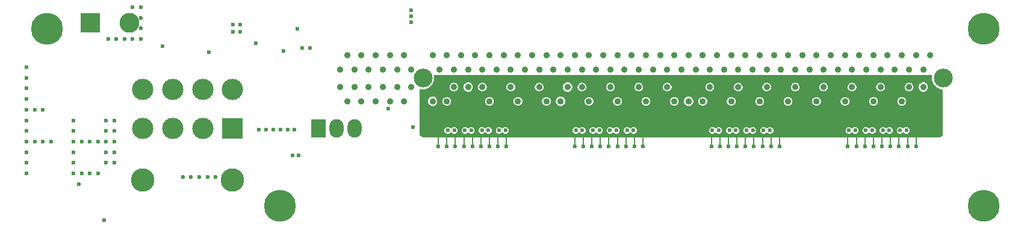
<source format=gbr>
%TF.GenerationSoftware,KiCad,Pcbnew,4.0.7*%
%TF.CreationDate,2018-05-23T21:05:09+03:00*%
%TF.ProjectId,Pci-e,5063692D652E6B696361645F70636200,rev?*%
%TF.FileFunction,Copper,L3,Inr*%
%FSLAX46Y46*%
G04 Gerber Fmt 4.6, Leading zero omitted, Abs format (unit mm)*
G04 Created by KiCad (PCBNEW 4.0.7) date 05/23/18 21:05:09*
%MOMM*%
%LPD*%
G01*
G04 APERTURE LIST*
%ADD10C,0.100000*%
%ADD11C,0.900000*%
%ADD12C,2.650000*%
%ADD13R,3.000000X3.000000*%
%ADD14C,3.000000*%
%ADD15C,3.300000*%
%ADD16R,2.000000X2.600000*%
%ADD17O,2.000000X2.600000*%
%ADD18C,0.600000*%
%ADD19C,4.500000*%
%ADD20R,2.800000X2.800000*%
%ADD21C,2.800000*%
%ADD22C,0.200000*%
%ADD23C,0.250000*%
G04 APERTURE END LIST*
D10*
D11*
X-10649999Y-3260001D03*
X-11649999Y-1260001D03*
X-8649999Y-3260001D03*
X-6649999Y-3260001D03*
X-4649999Y-3260001D03*
X-2649999Y-3260001D03*
X-9649999Y-1260001D03*
X-7649999Y-1260001D03*
X-5649999Y-1260001D03*
X-3649999Y-1260001D03*
X-1649999Y-1260001D03*
X-11649999Y1239999D03*
X-10649999Y3239999D03*
X-8649999Y3239999D03*
X-9649999Y1239999D03*
X-6649999Y3239999D03*
X-7649999Y1239999D03*
X-2649999Y3239999D03*
X-3649999Y1239999D03*
X-5649999Y1239999D03*
X-4649999Y3239999D03*
X-1649999Y1239999D03*
X1350001Y-3260001D03*
X2350001Y-1260001D03*
X2350001Y1239999D03*
X1350001Y3239999D03*
D12*
X1Y-1D03*
D11*
X3350001Y-3260001D03*
X5350001Y-3260001D03*
X7350001Y-3260001D03*
X9350001Y-3260001D03*
X11350001Y-3260001D03*
X13350001Y-3260001D03*
X15350001Y-3260001D03*
X17350001Y-3260001D03*
X19350001Y-3260001D03*
X21350001Y-3260001D03*
X3350001Y3239999D03*
X5350001Y3239999D03*
X7350001Y3239999D03*
X9350001Y3239999D03*
X11350001Y3239999D03*
X13350001Y3239999D03*
X15350001Y3239999D03*
X17350001Y3239999D03*
X19350001Y3239999D03*
X21350001Y3239999D03*
X4350001Y1239999D03*
X6350001Y1239999D03*
X8350001Y1239999D03*
X10350001Y1239999D03*
X12350001Y1239999D03*
X14350001Y1239999D03*
X16350001Y1239999D03*
X18350001Y1239999D03*
X20350001Y1239999D03*
X4350001Y-1260001D03*
X6350001Y-1260001D03*
X8350001Y-1260001D03*
X10350001Y-1260001D03*
X12350001Y-1260001D03*
X14350001Y-1260001D03*
X16350001Y-1260001D03*
X18350001Y-1260001D03*
X20350001Y-1260001D03*
D12*
X73150001Y-1D03*
D11*
X22350001Y-1260001D03*
X23350001Y-3260001D03*
X24350001Y-1260001D03*
X25350001Y-3260001D03*
X26350001Y-1260001D03*
X27350001Y-3260001D03*
X28350001Y-1260001D03*
X29350001Y-3260001D03*
X30350001Y-1260001D03*
X31350001Y-3260001D03*
X32350001Y-1260001D03*
X33350001Y-3260001D03*
X34350001Y-1260001D03*
X35350001Y-3260001D03*
X36350001Y-1260001D03*
X37350001Y-3260001D03*
X38350001Y-1260001D03*
X39350001Y-3260001D03*
X40350001Y-1260001D03*
X41350001Y-3260001D03*
X42350001Y-1260001D03*
X43350001Y-3260001D03*
X44350001Y-1260001D03*
X45350001Y-3260001D03*
X46350001Y-1260001D03*
X47350001Y-3260001D03*
X48350001Y-1260001D03*
X49350001Y-3260001D03*
X50350001Y-1260001D03*
X51350001Y-3260001D03*
X52350001Y-1260001D03*
X53350001Y-3260001D03*
X54350001Y-1260001D03*
X55350001Y-3260001D03*
X56350001Y-1260001D03*
X57350001Y-3260001D03*
X58350001Y-1260001D03*
X59350001Y-3260001D03*
X60350001Y-1260001D03*
X61350001Y-3260001D03*
X62350001Y-1260001D03*
X63350001Y-3260001D03*
X64350001Y-1260001D03*
X65350001Y-3260001D03*
X66350001Y-1260001D03*
X67350001Y-3260001D03*
X68350001Y-1260001D03*
X69350001Y-3260001D03*
X70350001Y-1260001D03*
X71350001Y-3260001D03*
X22350001Y1239999D03*
X23350001Y3239999D03*
X24350001Y1239999D03*
X25350001Y3239999D03*
X26350001Y1239999D03*
X27350001Y3239999D03*
X28350001Y1239999D03*
X29350001Y3239999D03*
X30350001Y1239999D03*
X31350001Y3239999D03*
X32350001Y1239999D03*
X33350001Y3239999D03*
X34350001Y1239999D03*
X35350001Y3239999D03*
X36350001Y1239999D03*
X37350001Y3239999D03*
X38350001Y1239999D03*
X39350001Y3239999D03*
X40350001Y1239999D03*
X41350001Y3239999D03*
X42350001Y1239999D03*
X43350001Y3239999D03*
X44350001Y1239999D03*
X45350001Y3239999D03*
X46350001Y1239999D03*
X47350001Y3239999D03*
X48350001Y1239999D03*
X49350001Y3239999D03*
X50350001Y1239999D03*
X51350001Y3239999D03*
X52350001Y1239999D03*
X53350001Y3239999D03*
X54350001Y1239999D03*
X55350001Y3239999D03*
X56350001Y1239999D03*
X57350001Y3239999D03*
X58350001Y1239999D03*
X59350001Y3239999D03*
X60350001Y1239999D03*
X61350001Y3239999D03*
X62350001Y1239999D03*
X63350001Y3239999D03*
X64350001Y1239999D03*
X65350001Y3239999D03*
X66350001Y1239999D03*
X67350001Y3239999D03*
X68350001Y1239999D03*
X69350001Y3239999D03*
X70350001Y1239999D03*
X71350001Y3239999D03*
D13*
X-26790000Y-7080000D03*
D14*
X-30990000Y-7080000D03*
X-35190000Y-7080000D03*
X-39390000Y-7080000D03*
X-26790000Y-1580000D03*
X-30990000Y-1580000D03*
X-35190000Y-1580000D03*
X-39390000Y-1580000D03*
D15*
X-26790000Y-14380000D03*
X-39390000Y-14380000D03*
D16*
X-14660000Y-7090000D03*
D17*
X-12120000Y-7090000D03*
X-9580000Y-7090000D03*
D18*
X5900000Y-7360000D03*
X6800000Y-7360000D03*
X8300000Y-7360000D03*
X9200000Y-7360000D03*
X10700000Y-7360000D03*
X11600000Y-7360000D03*
X21500000Y-7360000D03*
X22400000Y-7360000D03*
X23900000Y-7360000D03*
X24800000Y-7360000D03*
X26300000Y-7360000D03*
X27200000Y-7360000D03*
X28700000Y-7360000D03*
X29600000Y-7360000D03*
X40700000Y-7360000D03*
X41600000Y-7360000D03*
X43100000Y-7360000D03*
X44000000Y-7360000D03*
X45500000Y-7360000D03*
X46400000Y-7360000D03*
X47900000Y-7360000D03*
X48800000Y-7360000D03*
X59900000Y-7360000D03*
X60800000Y-7360000D03*
X62300000Y-7360000D03*
X63200000Y-7360000D03*
X64700000Y-7360000D03*
X65600000Y-7360000D03*
X67100000Y-7360000D03*
X68000000Y-7360000D03*
D19*
X-52860000Y6990000D03*
X78840000Y6990000D03*
X78840000Y-18010000D03*
X-20160000Y-18010000D03*
D18*
X3500000Y-7360000D03*
X4400000Y-7360000D03*
D20*
X-46822000Y7786000D03*
D21*
X-41322000Y7786000D03*
D18*
X-1680000Y7880000D03*
X-1680000Y9560000D03*
X-1680000Y8720000D03*
X-4880000Y-4250000D03*
X-99265Y-7939265D03*
X59750000Y-9640000D03*
X62150000Y-9640000D03*
X60950000Y-9640000D03*
X63350000Y-9640000D03*
X64550000Y-9640000D03*
X65750000Y-9640000D03*
X66950000Y-9640000D03*
X68150000Y-9640000D03*
X69350000Y-9640000D03*
X48950000Y-9640000D03*
X46550000Y-9640000D03*
X44150000Y-9640000D03*
X41750000Y-9640000D03*
X29750000Y-9640000D03*
X27350000Y-9640000D03*
X24950000Y-9640000D03*
X22550000Y-9640000D03*
X11750000Y-9640000D03*
X10550000Y-9640000D03*
X9350000Y-9640000D03*
X8150000Y-9640000D03*
X6950000Y-9640000D03*
X5750000Y-9640000D03*
X4550000Y-9640000D03*
X3350000Y-9640000D03*
X2150000Y-9640000D03*
X50150000Y-9640000D03*
X47750000Y-9640000D03*
X45350000Y-9640000D03*
X42950000Y-9640000D03*
X40550000Y-9640000D03*
X30950000Y-9640000D03*
X28550000Y-9640000D03*
X26150000Y-9640000D03*
X23750000Y-9640000D03*
X21350000Y-9640000D03*
X-31470000Y-13930000D03*
X-55760000Y-8950000D03*
X-54610000Y-8950000D03*
X-53460000Y-4450000D03*
X-54610000Y-4450000D03*
X-52310000Y-8950000D03*
X-53460000Y-8950000D03*
X-55760000Y1550000D03*
X-55760000Y50000D03*
X-55760000Y-1450000D03*
X-55760000Y-2950000D03*
X-55760000Y-4450000D03*
X-55760000Y-5950000D03*
X-55760000Y-7450000D03*
X-55760000Y-10450000D03*
X-55760000Y-11950000D03*
X-55760000Y-13450000D03*
X-23530000Y4940000D03*
X-17500000Y-10920000D03*
X-18300000Y-10920000D03*
X-16980000Y4250000D03*
X-15920000Y4250000D03*
X-33770000Y-13930000D03*
X-29170000Y-13930000D03*
X-30320000Y-13930000D03*
X-32620000Y-13930000D03*
X-39680000Y10020000D03*
X-40830000Y10020000D03*
X-18060000Y-7220000D03*
X-19060000Y-7220000D03*
X-20060000Y-7220000D03*
X-21060000Y-7220000D03*
X-22060000Y-7220000D03*
X-23060000Y-7220000D03*
X-25710000Y6540000D03*
X-26710000Y6540000D03*
X-26710000Y7540000D03*
X-25710000Y7540000D03*
X-39680000Y7020000D03*
X-39680000Y8520000D03*
X-39680000Y5520000D03*
X-40830000Y5520000D03*
X-41980000Y5520000D03*
X-43130000Y5520000D03*
X-44280000Y5520000D03*
X-17700000Y6970000D03*
X-19590000Y3830000D03*
X-30150000Y3650000D03*
X-1410000Y-6920000D03*
X-36670000Y4500000D03*
X-43410000Y-7450000D03*
X-43410000Y-5950000D03*
X-44560000Y-5950000D03*
X-44560000Y-7450000D03*
X-44560000Y-10450000D03*
X-44560000Y-11950000D03*
X-43410000Y-11950000D03*
X-43410000Y-10450000D03*
X-43410000Y-8950000D03*
X-44560000Y-8950000D03*
X-45710000Y-8950000D03*
X-46860000Y-8950000D03*
X-48010000Y-8950000D03*
X-49160000Y-5950000D03*
X-49160000Y-7450000D03*
X-49160000Y-8950000D03*
X-49160000Y-13450000D03*
X-49160000Y-10450000D03*
X-49160000Y-11950000D03*
X-45710000Y-13450000D03*
X-48010000Y-13450000D03*
X-44800000Y-20070000D03*
X-48440000Y-14930000D03*
X-46860000Y-13450000D03*
D22*
X65750000Y-8246620D02*
X65750000Y-9646620D01*
X46550000Y-8246620D02*
X46550000Y-9646620D01*
X27350000Y-8246620D02*
X27350000Y-9646620D01*
X66950000Y-8246620D02*
X66950000Y-9646620D01*
X47750000Y-8246620D02*
X47750000Y-9646620D01*
X28550000Y-8246620D02*
X28550000Y-9646620D01*
X68150000Y-8246620D02*
X68150000Y-9646620D01*
X48950000Y-8246620D02*
X48950000Y-9646620D01*
X29750000Y-8246620D02*
X29750000Y-9646620D01*
X69350000Y-8246620D02*
X69350000Y-9646620D01*
X50150000Y-8246620D02*
X50150000Y-9646620D01*
X30950000Y-8246620D02*
X30950000Y-9646620D01*
X59750000Y-8246620D02*
X59750000Y-9646620D01*
X40550000Y-8246620D02*
X40550000Y-9646620D01*
X21350000Y-8246620D02*
X21350000Y-9646620D01*
X62150000Y-8246620D02*
X62150000Y-9646620D01*
X42950000Y-8246620D02*
X42950000Y-9646620D01*
X23750000Y-8246620D02*
X23750000Y-9646620D01*
X63350000Y-8246620D02*
X63350000Y-9646620D01*
X44150000Y-8246620D02*
X44150000Y-9646620D01*
X24950000Y-8246620D02*
X24950000Y-9646620D01*
X64550000Y-8246620D02*
X64550000Y-9646620D01*
X45350000Y-8246620D02*
X45350000Y-9646620D01*
X26150000Y-8246620D02*
X26150000Y-9646620D01*
X60950000Y-8246620D02*
X60950000Y-9646620D01*
X41750000Y-8246620D02*
X41750000Y-9646620D01*
X22550000Y-8246620D02*
X22550000Y-9646620D01*
X11750000Y-8246620D02*
X11750000Y-9646620D01*
X10550000Y-8246620D02*
X10550000Y-9646620D01*
X9350000Y-8246620D02*
X9350000Y-9646620D01*
X8150000Y-8246620D02*
X8150000Y-9646620D01*
X6950000Y-8246620D02*
X6950000Y-9646620D01*
X5750000Y-8246620D02*
X5750000Y-9646620D01*
X4550000Y-8246620D02*
X4550000Y-9646620D01*
X3350000Y-8246620D02*
X3350000Y-9646620D01*
X2150000Y-8246620D02*
X2150000Y-9646620D01*
D23*
X21350001Y-3260001D02*
X22202999Y-3260001D01*
X22202999Y-3260001D02*
X22978000Y-2485000D01*
X22978000Y-2485000D02*
X23125002Y-2485000D01*
X23125002Y-2485000D02*
X23900002Y-1710000D01*
X23900002Y-1710000D02*
X24350001Y-1260001D01*
D22*
G36*
X71525283Y324650D02*
X71524719Y-321815D01*
X71771589Y-919287D01*
X72228310Y-1376806D01*
X72825350Y-1624719D01*
X73050000Y-1624915D01*
X73050000Y-7830149D01*
X73017741Y-7992325D01*
X72931457Y-8121457D01*
X72802325Y-8207741D01*
X72640149Y-8240000D01*
X9851Y-8240000D01*
X-152325Y-8207741D01*
X-281457Y-8121457D01*
X-367741Y-7992325D01*
X-400000Y-7830149D01*
X-400000Y-7468922D01*
X2949905Y-7468922D01*
X3033461Y-7671143D01*
X3188043Y-7825995D01*
X3390118Y-7909904D01*
X3608922Y-7910095D01*
X3811143Y-7826539D01*
X3950107Y-7687818D01*
X4088043Y-7825995D01*
X4290118Y-7909904D01*
X4508922Y-7910095D01*
X4711143Y-7826539D01*
X4865995Y-7671957D01*
X4949904Y-7469882D01*
X4949904Y-7468922D01*
X5349905Y-7468922D01*
X5433461Y-7671143D01*
X5588043Y-7825995D01*
X5790118Y-7909904D01*
X6008922Y-7910095D01*
X6211143Y-7826539D01*
X6350107Y-7687818D01*
X6488043Y-7825995D01*
X6690118Y-7909904D01*
X6908922Y-7910095D01*
X7111143Y-7826539D01*
X7265995Y-7671957D01*
X7349904Y-7469882D01*
X7349904Y-7468922D01*
X7749905Y-7468922D01*
X7833461Y-7671143D01*
X7988043Y-7825995D01*
X8190118Y-7909904D01*
X8408922Y-7910095D01*
X8611143Y-7826539D01*
X8750107Y-7687818D01*
X8888043Y-7825995D01*
X9090118Y-7909904D01*
X9308922Y-7910095D01*
X9511143Y-7826539D01*
X9665995Y-7671957D01*
X9749904Y-7469882D01*
X9749904Y-7468922D01*
X10149905Y-7468922D01*
X10233461Y-7671143D01*
X10388043Y-7825995D01*
X10590118Y-7909904D01*
X10808922Y-7910095D01*
X11011143Y-7826539D01*
X11150107Y-7687818D01*
X11288043Y-7825995D01*
X11490118Y-7909904D01*
X11708922Y-7910095D01*
X11911143Y-7826539D01*
X12065995Y-7671957D01*
X12149904Y-7469882D01*
X12149904Y-7468922D01*
X20949905Y-7468922D01*
X21033461Y-7671143D01*
X21188043Y-7825995D01*
X21390118Y-7909904D01*
X21608922Y-7910095D01*
X21811143Y-7826539D01*
X21950107Y-7687818D01*
X22088043Y-7825995D01*
X22290118Y-7909904D01*
X22508922Y-7910095D01*
X22711143Y-7826539D01*
X22865995Y-7671957D01*
X22949904Y-7469882D01*
X22949904Y-7468922D01*
X23349905Y-7468922D01*
X23433461Y-7671143D01*
X23588043Y-7825995D01*
X23790118Y-7909904D01*
X24008922Y-7910095D01*
X24211143Y-7826539D01*
X24350107Y-7687818D01*
X24488043Y-7825995D01*
X24690118Y-7909904D01*
X24908922Y-7910095D01*
X25111143Y-7826539D01*
X25265995Y-7671957D01*
X25349904Y-7469882D01*
X25349904Y-7468922D01*
X25749905Y-7468922D01*
X25833461Y-7671143D01*
X25988043Y-7825995D01*
X26190118Y-7909904D01*
X26408922Y-7910095D01*
X26611143Y-7826539D01*
X26750107Y-7687818D01*
X26888043Y-7825995D01*
X27090118Y-7909904D01*
X27308922Y-7910095D01*
X27511143Y-7826539D01*
X27665995Y-7671957D01*
X27749904Y-7469882D01*
X27749904Y-7468922D01*
X28149905Y-7468922D01*
X28233461Y-7671143D01*
X28388043Y-7825995D01*
X28590118Y-7909904D01*
X28808922Y-7910095D01*
X29011143Y-7826539D01*
X29150107Y-7687818D01*
X29288043Y-7825995D01*
X29490118Y-7909904D01*
X29708922Y-7910095D01*
X29911143Y-7826539D01*
X30065995Y-7671957D01*
X30149904Y-7469882D01*
X30149904Y-7468922D01*
X40149905Y-7468922D01*
X40233461Y-7671143D01*
X40388043Y-7825995D01*
X40590118Y-7909904D01*
X40808922Y-7910095D01*
X41011143Y-7826539D01*
X41150107Y-7687818D01*
X41288043Y-7825995D01*
X41490118Y-7909904D01*
X41708922Y-7910095D01*
X41911143Y-7826539D01*
X42065995Y-7671957D01*
X42149904Y-7469882D01*
X42149904Y-7468922D01*
X42549905Y-7468922D01*
X42633461Y-7671143D01*
X42788043Y-7825995D01*
X42990118Y-7909904D01*
X43208922Y-7910095D01*
X43411143Y-7826539D01*
X43550107Y-7687818D01*
X43688043Y-7825995D01*
X43890118Y-7909904D01*
X44108922Y-7910095D01*
X44311143Y-7826539D01*
X44465995Y-7671957D01*
X44549904Y-7469882D01*
X44549904Y-7468922D01*
X44949905Y-7468922D01*
X45033461Y-7671143D01*
X45188043Y-7825995D01*
X45390118Y-7909904D01*
X45608922Y-7910095D01*
X45811143Y-7826539D01*
X45950107Y-7687818D01*
X46088043Y-7825995D01*
X46290118Y-7909904D01*
X46508922Y-7910095D01*
X46711143Y-7826539D01*
X46865995Y-7671957D01*
X46949904Y-7469882D01*
X46949904Y-7468922D01*
X47349905Y-7468922D01*
X47433461Y-7671143D01*
X47588043Y-7825995D01*
X47790118Y-7909904D01*
X48008922Y-7910095D01*
X48211143Y-7826539D01*
X48350107Y-7687818D01*
X48488043Y-7825995D01*
X48690118Y-7909904D01*
X48908922Y-7910095D01*
X49111143Y-7826539D01*
X49265995Y-7671957D01*
X49349904Y-7469882D01*
X49349904Y-7468922D01*
X59349905Y-7468922D01*
X59433461Y-7671143D01*
X59588043Y-7825995D01*
X59790118Y-7909904D01*
X60008922Y-7910095D01*
X60211143Y-7826539D01*
X60350107Y-7687818D01*
X60488043Y-7825995D01*
X60690118Y-7909904D01*
X60908922Y-7910095D01*
X61111143Y-7826539D01*
X61265995Y-7671957D01*
X61349904Y-7469882D01*
X61349904Y-7468922D01*
X61749905Y-7468922D01*
X61833461Y-7671143D01*
X61988043Y-7825995D01*
X62190118Y-7909904D01*
X62408922Y-7910095D01*
X62611143Y-7826539D01*
X62750107Y-7687818D01*
X62888043Y-7825995D01*
X63090118Y-7909904D01*
X63308922Y-7910095D01*
X63511143Y-7826539D01*
X63665995Y-7671957D01*
X63749904Y-7469882D01*
X63749904Y-7468922D01*
X64149905Y-7468922D01*
X64233461Y-7671143D01*
X64388043Y-7825995D01*
X64590118Y-7909904D01*
X64808922Y-7910095D01*
X65011143Y-7826539D01*
X65150107Y-7687818D01*
X65288043Y-7825995D01*
X65490118Y-7909904D01*
X65708922Y-7910095D01*
X65911143Y-7826539D01*
X66065995Y-7671957D01*
X66149904Y-7469882D01*
X66149904Y-7468922D01*
X66549905Y-7468922D01*
X66633461Y-7671143D01*
X66788043Y-7825995D01*
X66990118Y-7909904D01*
X67208922Y-7910095D01*
X67411143Y-7826539D01*
X67550107Y-7687818D01*
X67688043Y-7825995D01*
X67890118Y-7909904D01*
X68108922Y-7910095D01*
X68311143Y-7826539D01*
X68465995Y-7671957D01*
X68549904Y-7469882D01*
X68550095Y-7251078D01*
X68466539Y-7048857D01*
X68311957Y-6894005D01*
X68109882Y-6810096D01*
X67891078Y-6809905D01*
X67688857Y-6893461D01*
X67549893Y-7032182D01*
X67411957Y-6894005D01*
X67209882Y-6810096D01*
X66991078Y-6809905D01*
X66788857Y-6893461D01*
X66634005Y-7048043D01*
X66550096Y-7250118D01*
X66549905Y-7468922D01*
X66149904Y-7468922D01*
X66150095Y-7251078D01*
X66066539Y-7048857D01*
X65911957Y-6894005D01*
X65709882Y-6810096D01*
X65491078Y-6809905D01*
X65288857Y-6893461D01*
X65149893Y-7032182D01*
X65011957Y-6894005D01*
X64809882Y-6810096D01*
X64591078Y-6809905D01*
X64388857Y-6893461D01*
X64234005Y-7048043D01*
X64150096Y-7250118D01*
X64149905Y-7468922D01*
X63749904Y-7468922D01*
X63750095Y-7251078D01*
X63666539Y-7048857D01*
X63511957Y-6894005D01*
X63309882Y-6810096D01*
X63091078Y-6809905D01*
X62888857Y-6893461D01*
X62749893Y-7032182D01*
X62611957Y-6894005D01*
X62409882Y-6810096D01*
X62191078Y-6809905D01*
X61988857Y-6893461D01*
X61834005Y-7048043D01*
X61750096Y-7250118D01*
X61749905Y-7468922D01*
X61349904Y-7468922D01*
X61350095Y-7251078D01*
X61266539Y-7048857D01*
X61111957Y-6894005D01*
X60909882Y-6810096D01*
X60691078Y-6809905D01*
X60488857Y-6893461D01*
X60349893Y-7032182D01*
X60211957Y-6894005D01*
X60009882Y-6810096D01*
X59791078Y-6809905D01*
X59588857Y-6893461D01*
X59434005Y-7048043D01*
X59350096Y-7250118D01*
X59349905Y-7468922D01*
X49349904Y-7468922D01*
X49350095Y-7251078D01*
X49266539Y-7048857D01*
X49111957Y-6894005D01*
X48909882Y-6810096D01*
X48691078Y-6809905D01*
X48488857Y-6893461D01*
X48349893Y-7032182D01*
X48211957Y-6894005D01*
X48009882Y-6810096D01*
X47791078Y-6809905D01*
X47588857Y-6893461D01*
X47434005Y-7048043D01*
X47350096Y-7250118D01*
X47349905Y-7468922D01*
X46949904Y-7468922D01*
X46950095Y-7251078D01*
X46866539Y-7048857D01*
X46711957Y-6894005D01*
X46509882Y-6810096D01*
X46291078Y-6809905D01*
X46088857Y-6893461D01*
X45949893Y-7032182D01*
X45811957Y-6894005D01*
X45609882Y-6810096D01*
X45391078Y-6809905D01*
X45188857Y-6893461D01*
X45034005Y-7048043D01*
X44950096Y-7250118D01*
X44949905Y-7468922D01*
X44549904Y-7468922D01*
X44550095Y-7251078D01*
X44466539Y-7048857D01*
X44311957Y-6894005D01*
X44109882Y-6810096D01*
X43891078Y-6809905D01*
X43688857Y-6893461D01*
X43549893Y-7032182D01*
X43411957Y-6894005D01*
X43209882Y-6810096D01*
X42991078Y-6809905D01*
X42788857Y-6893461D01*
X42634005Y-7048043D01*
X42550096Y-7250118D01*
X42549905Y-7468922D01*
X42149904Y-7468922D01*
X42150095Y-7251078D01*
X42066539Y-7048857D01*
X41911957Y-6894005D01*
X41709882Y-6810096D01*
X41491078Y-6809905D01*
X41288857Y-6893461D01*
X41149893Y-7032182D01*
X41011957Y-6894005D01*
X40809882Y-6810096D01*
X40591078Y-6809905D01*
X40388857Y-6893461D01*
X40234005Y-7048043D01*
X40150096Y-7250118D01*
X40149905Y-7468922D01*
X30149904Y-7468922D01*
X30150095Y-7251078D01*
X30066539Y-7048857D01*
X29911957Y-6894005D01*
X29709882Y-6810096D01*
X29491078Y-6809905D01*
X29288857Y-6893461D01*
X29149893Y-7032182D01*
X29011957Y-6894005D01*
X28809882Y-6810096D01*
X28591078Y-6809905D01*
X28388857Y-6893461D01*
X28234005Y-7048043D01*
X28150096Y-7250118D01*
X28149905Y-7468922D01*
X27749904Y-7468922D01*
X27750095Y-7251078D01*
X27666539Y-7048857D01*
X27511957Y-6894005D01*
X27309882Y-6810096D01*
X27091078Y-6809905D01*
X26888857Y-6893461D01*
X26749893Y-7032182D01*
X26611957Y-6894005D01*
X26409882Y-6810096D01*
X26191078Y-6809905D01*
X25988857Y-6893461D01*
X25834005Y-7048043D01*
X25750096Y-7250118D01*
X25749905Y-7468922D01*
X25349904Y-7468922D01*
X25350095Y-7251078D01*
X25266539Y-7048857D01*
X25111957Y-6894005D01*
X24909882Y-6810096D01*
X24691078Y-6809905D01*
X24488857Y-6893461D01*
X24349893Y-7032182D01*
X24211957Y-6894005D01*
X24009882Y-6810096D01*
X23791078Y-6809905D01*
X23588857Y-6893461D01*
X23434005Y-7048043D01*
X23350096Y-7250118D01*
X23349905Y-7468922D01*
X22949904Y-7468922D01*
X22950095Y-7251078D01*
X22866539Y-7048857D01*
X22711957Y-6894005D01*
X22509882Y-6810096D01*
X22291078Y-6809905D01*
X22088857Y-6893461D01*
X21949893Y-7032182D01*
X21811957Y-6894005D01*
X21609882Y-6810096D01*
X21391078Y-6809905D01*
X21188857Y-6893461D01*
X21034005Y-7048043D01*
X20950096Y-7250118D01*
X20949905Y-7468922D01*
X12149904Y-7468922D01*
X12150095Y-7251078D01*
X12066539Y-7048857D01*
X11911957Y-6894005D01*
X11709882Y-6810096D01*
X11491078Y-6809905D01*
X11288857Y-6893461D01*
X11149893Y-7032182D01*
X11011957Y-6894005D01*
X10809882Y-6810096D01*
X10591078Y-6809905D01*
X10388857Y-6893461D01*
X10234005Y-7048043D01*
X10150096Y-7250118D01*
X10149905Y-7468922D01*
X9749904Y-7468922D01*
X9750095Y-7251078D01*
X9666539Y-7048857D01*
X9511957Y-6894005D01*
X9309882Y-6810096D01*
X9091078Y-6809905D01*
X8888857Y-6893461D01*
X8749893Y-7032182D01*
X8611957Y-6894005D01*
X8409882Y-6810096D01*
X8191078Y-6809905D01*
X7988857Y-6893461D01*
X7834005Y-7048043D01*
X7750096Y-7250118D01*
X7749905Y-7468922D01*
X7349904Y-7468922D01*
X7350095Y-7251078D01*
X7266539Y-7048857D01*
X7111957Y-6894005D01*
X6909882Y-6810096D01*
X6691078Y-6809905D01*
X6488857Y-6893461D01*
X6349893Y-7032182D01*
X6211957Y-6894005D01*
X6009882Y-6810096D01*
X5791078Y-6809905D01*
X5588857Y-6893461D01*
X5434005Y-7048043D01*
X5350096Y-7250118D01*
X5349905Y-7468922D01*
X4949904Y-7468922D01*
X4950095Y-7251078D01*
X4866539Y-7048857D01*
X4711957Y-6894005D01*
X4509882Y-6810096D01*
X4291078Y-6809905D01*
X4088857Y-6893461D01*
X3949893Y-7032182D01*
X3811957Y-6894005D01*
X3609882Y-6810096D01*
X3391078Y-6809905D01*
X3188857Y-6893461D01*
X3034005Y-7048043D01*
X2950096Y-7250118D01*
X2949905Y-7468922D01*
X-400000Y-7468922D01*
X-400000Y-3408531D01*
X599871Y-3408531D01*
X713812Y-3684287D01*
X924606Y-3895449D01*
X1200162Y-4009870D01*
X1498531Y-4010131D01*
X1774287Y-3896190D01*
X1985449Y-3685396D01*
X2099870Y-3409840D01*
X2099879Y-3398629D01*
X2649880Y-3398629D01*
X2756224Y-3656001D01*
X2952965Y-3853086D01*
X3210151Y-3959879D01*
X3488629Y-3960122D01*
X3746001Y-3853778D01*
X3943086Y-3657037D01*
X4049879Y-3399851D01*
X4049880Y-3398629D01*
X8649880Y-3398629D01*
X8756224Y-3656001D01*
X8952965Y-3853086D01*
X9210151Y-3959879D01*
X9488629Y-3960122D01*
X9746001Y-3853778D01*
X9943086Y-3657037D01*
X10049879Y-3399851D01*
X10049880Y-3398629D01*
X12649880Y-3398629D01*
X12756224Y-3656001D01*
X12952965Y-3853086D01*
X13210151Y-3959879D01*
X13488629Y-3960122D01*
X13746001Y-3853778D01*
X13943086Y-3657037D01*
X14049879Y-3399851D01*
X14049880Y-3398629D01*
X16649880Y-3398629D01*
X16756224Y-3656001D01*
X16952965Y-3853086D01*
X17210151Y-3959879D01*
X17488629Y-3960122D01*
X17746001Y-3853778D01*
X17943086Y-3657037D01*
X18046274Y-3408531D01*
X18599871Y-3408531D01*
X18713812Y-3684287D01*
X18924606Y-3895449D01*
X19200162Y-4009870D01*
X19498531Y-4010131D01*
X19774287Y-3896190D01*
X19985449Y-3685396D01*
X20099870Y-3409840D01*
X20099879Y-3398629D01*
X22649880Y-3398629D01*
X22756224Y-3656001D01*
X22952965Y-3853086D01*
X23210151Y-3959879D01*
X23488629Y-3960122D01*
X23746001Y-3853778D01*
X23943086Y-3657037D01*
X24049879Y-3399851D01*
X24049880Y-3398629D01*
X26649880Y-3398629D01*
X26756224Y-3656001D01*
X26952965Y-3853086D01*
X27210151Y-3959879D01*
X27488629Y-3960122D01*
X27746001Y-3853778D01*
X27943086Y-3657037D01*
X28049879Y-3399851D01*
X28049880Y-3398629D01*
X30649880Y-3398629D01*
X30756224Y-3656001D01*
X30952965Y-3853086D01*
X31210151Y-3959879D01*
X31488629Y-3960122D01*
X31746001Y-3853778D01*
X31943086Y-3657037D01*
X32049879Y-3399851D01*
X32049880Y-3398629D01*
X34649880Y-3398629D01*
X34756224Y-3656001D01*
X34952965Y-3853086D01*
X35210151Y-3959879D01*
X35488629Y-3960122D01*
X35746001Y-3853778D01*
X35943086Y-3657037D01*
X36046274Y-3408531D01*
X36599871Y-3408531D01*
X36713812Y-3684287D01*
X36924606Y-3895449D01*
X37200162Y-4009870D01*
X37498531Y-4010131D01*
X37774287Y-3896190D01*
X37985449Y-3685396D01*
X38099870Y-3409840D01*
X38099879Y-3398629D01*
X38649880Y-3398629D01*
X38756224Y-3656001D01*
X38952965Y-3853086D01*
X39210151Y-3959879D01*
X39488629Y-3960122D01*
X39746001Y-3853778D01*
X39943086Y-3657037D01*
X40049879Y-3399851D01*
X40049880Y-3398629D01*
X42649880Y-3398629D01*
X42756224Y-3656001D01*
X42952965Y-3853086D01*
X43210151Y-3959879D01*
X43488629Y-3960122D01*
X43746001Y-3853778D01*
X43943086Y-3657037D01*
X44049879Y-3399851D01*
X44049880Y-3398629D01*
X46649880Y-3398629D01*
X46756224Y-3656001D01*
X46952965Y-3853086D01*
X47210151Y-3959879D01*
X47488629Y-3960122D01*
X47746001Y-3853778D01*
X47943086Y-3657037D01*
X48049879Y-3399851D01*
X48049880Y-3398629D01*
X50649880Y-3398629D01*
X50756224Y-3656001D01*
X50952965Y-3853086D01*
X51210151Y-3959879D01*
X51488629Y-3960122D01*
X51746001Y-3853778D01*
X51943086Y-3657037D01*
X52049879Y-3399851D01*
X52049880Y-3398629D01*
X54649880Y-3398629D01*
X54756224Y-3656001D01*
X54952965Y-3853086D01*
X55210151Y-3959879D01*
X55488629Y-3960122D01*
X55746001Y-3853778D01*
X55943086Y-3657037D01*
X56049879Y-3399851D01*
X56049880Y-3398629D01*
X58649880Y-3398629D01*
X58756224Y-3656001D01*
X58952965Y-3853086D01*
X59210151Y-3959879D01*
X59488629Y-3960122D01*
X59746001Y-3853778D01*
X59943086Y-3657037D01*
X60049879Y-3399851D01*
X60049880Y-3398629D01*
X62649880Y-3398629D01*
X62756224Y-3656001D01*
X62952965Y-3853086D01*
X63210151Y-3959879D01*
X63488629Y-3960122D01*
X63746001Y-3853778D01*
X63943086Y-3657037D01*
X64049879Y-3399851D01*
X64049880Y-3398629D01*
X66649880Y-3398629D01*
X66756224Y-3656001D01*
X66952965Y-3853086D01*
X67210151Y-3959879D01*
X67488629Y-3960122D01*
X67746001Y-3853778D01*
X67943086Y-3657037D01*
X68049879Y-3399851D01*
X68050122Y-3121373D01*
X67943778Y-2864001D01*
X67747037Y-2666916D01*
X67489851Y-2560123D01*
X67211373Y-2559880D01*
X66954001Y-2666224D01*
X66756916Y-2862965D01*
X66650123Y-3120151D01*
X66649880Y-3398629D01*
X64049880Y-3398629D01*
X64050122Y-3121373D01*
X63943778Y-2864001D01*
X63747037Y-2666916D01*
X63489851Y-2560123D01*
X63211373Y-2559880D01*
X62954001Y-2666224D01*
X62756916Y-2862965D01*
X62650123Y-3120151D01*
X62649880Y-3398629D01*
X60049880Y-3398629D01*
X60050122Y-3121373D01*
X59943778Y-2864001D01*
X59747037Y-2666916D01*
X59489851Y-2560123D01*
X59211373Y-2559880D01*
X58954001Y-2666224D01*
X58756916Y-2862965D01*
X58650123Y-3120151D01*
X58649880Y-3398629D01*
X56049880Y-3398629D01*
X56050122Y-3121373D01*
X55943778Y-2864001D01*
X55747037Y-2666916D01*
X55489851Y-2560123D01*
X55211373Y-2559880D01*
X54954001Y-2666224D01*
X54756916Y-2862965D01*
X54650123Y-3120151D01*
X54649880Y-3398629D01*
X52049880Y-3398629D01*
X52050122Y-3121373D01*
X51943778Y-2864001D01*
X51747037Y-2666916D01*
X51489851Y-2560123D01*
X51211373Y-2559880D01*
X50954001Y-2666224D01*
X50756916Y-2862965D01*
X50650123Y-3120151D01*
X50649880Y-3398629D01*
X48049880Y-3398629D01*
X48050122Y-3121373D01*
X47943778Y-2864001D01*
X47747037Y-2666916D01*
X47489851Y-2560123D01*
X47211373Y-2559880D01*
X46954001Y-2666224D01*
X46756916Y-2862965D01*
X46650123Y-3120151D01*
X46649880Y-3398629D01*
X44049880Y-3398629D01*
X44050122Y-3121373D01*
X43943778Y-2864001D01*
X43747037Y-2666916D01*
X43489851Y-2560123D01*
X43211373Y-2559880D01*
X42954001Y-2666224D01*
X42756916Y-2862965D01*
X42650123Y-3120151D01*
X42649880Y-3398629D01*
X40049880Y-3398629D01*
X40050122Y-3121373D01*
X39943778Y-2864001D01*
X39747037Y-2666916D01*
X39489851Y-2560123D01*
X39211373Y-2559880D01*
X38954001Y-2666224D01*
X38756916Y-2862965D01*
X38650123Y-3120151D01*
X38649880Y-3398629D01*
X38099879Y-3398629D01*
X38100131Y-3111471D01*
X37986190Y-2835715D01*
X37775396Y-2624553D01*
X37499840Y-2510132D01*
X37201471Y-2509871D01*
X36925715Y-2623812D01*
X36714553Y-2834606D01*
X36600132Y-3110162D01*
X36599871Y-3408531D01*
X36046274Y-3408531D01*
X36049879Y-3399851D01*
X36050122Y-3121373D01*
X35943778Y-2864001D01*
X35747037Y-2666916D01*
X35489851Y-2560123D01*
X35211373Y-2559880D01*
X34954001Y-2666224D01*
X34756916Y-2862965D01*
X34650123Y-3120151D01*
X34649880Y-3398629D01*
X32049880Y-3398629D01*
X32050122Y-3121373D01*
X31943778Y-2864001D01*
X31747037Y-2666916D01*
X31489851Y-2560123D01*
X31211373Y-2559880D01*
X30954001Y-2666224D01*
X30756916Y-2862965D01*
X30650123Y-3120151D01*
X30649880Y-3398629D01*
X28049880Y-3398629D01*
X28050122Y-3121373D01*
X27943778Y-2864001D01*
X27747037Y-2666916D01*
X27489851Y-2560123D01*
X27211373Y-2559880D01*
X26954001Y-2666224D01*
X26756916Y-2862965D01*
X26650123Y-3120151D01*
X26649880Y-3398629D01*
X24049880Y-3398629D01*
X24050122Y-3121373D01*
X23943778Y-2864001D01*
X23747037Y-2666916D01*
X23489851Y-2560123D01*
X23211373Y-2559880D01*
X22954001Y-2666224D01*
X22756916Y-2862965D01*
X22650123Y-3120151D01*
X22649880Y-3398629D01*
X20099879Y-3398629D01*
X20100131Y-3111471D01*
X19986190Y-2835715D01*
X19775396Y-2624553D01*
X19499840Y-2510132D01*
X19201471Y-2509871D01*
X18925715Y-2623812D01*
X18714553Y-2834606D01*
X18600132Y-3110162D01*
X18599871Y-3408531D01*
X18046274Y-3408531D01*
X18049879Y-3399851D01*
X18050122Y-3121373D01*
X17943778Y-2864001D01*
X17747037Y-2666916D01*
X17489851Y-2560123D01*
X17211373Y-2559880D01*
X16954001Y-2666224D01*
X16756916Y-2862965D01*
X16650123Y-3120151D01*
X16649880Y-3398629D01*
X14049880Y-3398629D01*
X14050122Y-3121373D01*
X13943778Y-2864001D01*
X13747037Y-2666916D01*
X13489851Y-2560123D01*
X13211373Y-2559880D01*
X12954001Y-2666224D01*
X12756916Y-2862965D01*
X12650123Y-3120151D01*
X12649880Y-3398629D01*
X10049880Y-3398629D01*
X10050122Y-3121373D01*
X9943778Y-2864001D01*
X9747037Y-2666916D01*
X9489851Y-2560123D01*
X9211373Y-2559880D01*
X8954001Y-2666224D01*
X8756916Y-2862965D01*
X8650123Y-3120151D01*
X8649880Y-3398629D01*
X4049880Y-3398629D01*
X4050122Y-3121373D01*
X3943778Y-2864001D01*
X3747037Y-2666916D01*
X3489851Y-2560123D01*
X3211373Y-2559880D01*
X2954001Y-2666224D01*
X2756916Y-2862965D01*
X2650123Y-3120151D01*
X2649880Y-3398629D01*
X2099879Y-3398629D01*
X2100131Y-3111471D01*
X1986190Y-2835715D01*
X1775396Y-2624553D01*
X1499840Y-2510132D01*
X1201471Y-2509871D01*
X925715Y-2623812D01*
X714553Y-2834606D01*
X600132Y-3110162D01*
X599871Y-3408531D01*
X-400000Y-3408531D01*
X-400000Y-1593431D01*
X-324650Y-1624719D01*
X321815Y-1625283D01*
X870360Y-1398629D01*
X3649880Y-1398629D01*
X3756224Y-1656001D01*
X3952965Y-1853086D01*
X4210151Y-1959879D01*
X4488629Y-1960122D01*
X4746001Y-1853778D01*
X4943086Y-1657037D01*
X5046274Y-1408531D01*
X5599871Y-1408531D01*
X5713812Y-1684287D01*
X5924606Y-1895449D01*
X6200162Y-2009870D01*
X6498531Y-2010131D01*
X6774287Y-1896190D01*
X6985449Y-1685396D01*
X7099870Y-1409840D01*
X7099879Y-1398629D01*
X7649880Y-1398629D01*
X7756224Y-1656001D01*
X7952965Y-1853086D01*
X8210151Y-1959879D01*
X8488629Y-1960122D01*
X8746001Y-1853778D01*
X8943086Y-1657037D01*
X9049879Y-1399851D01*
X9049880Y-1398629D01*
X11649880Y-1398629D01*
X11756224Y-1656001D01*
X11952965Y-1853086D01*
X12210151Y-1959879D01*
X12488629Y-1960122D01*
X12746001Y-1853778D01*
X12943086Y-1657037D01*
X13049879Y-1399851D01*
X13049880Y-1398629D01*
X15649880Y-1398629D01*
X15756224Y-1656001D01*
X15952965Y-1853086D01*
X16210151Y-1959879D01*
X16488629Y-1960122D01*
X16746001Y-1853778D01*
X16943086Y-1657037D01*
X17046274Y-1408531D01*
X19599871Y-1408531D01*
X19713812Y-1684287D01*
X19924606Y-1895449D01*
X20200162Y-2009870D01*
X20498531Y-2010131D01*
X20774287Y-1896190D01*
X20985449Y-1685396D01*
X21099870Y-1409840D01*
X21099879Y-1398629D01*
X21649880Y-1398629D01*
X21756224Y-1656001D01*
X21952965Y-1853086D01*
X22210151Y-1959879D01*
X22488629Y-1960122D01*
X22746001Y-1853778D01*
X22943086Y-1657037D01*
X23049879Y-1399851D01*
X23049880Y-1398629D01*
X25649880Y-1398629D01*
X25756224Y-1656001D01*
X25952965Y-1853086D01*
X26210151Y-1959879D01*
X26488629Y-1960122D01*
X26746001Y-1853778D01*
X26943086Y-1657037D01*
X27049879Y-1399851D01*
X27049880Y-1398629D01*
X29649880Y-1398629D01*
X29756224Y-1656001D01*
X29952965Y-1853086D01*
X30210151Y-1959879D01*
X30488629Y-1960122D01*
X30746001Y-1853778D01*
X30943086Y-1657037D01*
X31049879Y-1399851D01*
X31049880Y-1398629D01*
X33649880Y-1398629D01*
X33756224Y-1656001D01*
X33952965Y-1853086D01*
X34210151Y-1959879D01*
X34488629Y-1960122D01*
X34746001Y-1853778D01*
X34943086Y-1657037D01*
X35049879Y-1399851D01*
X35049880Y-1398629D01*
X39649880Y-1398629D01*
X39756224Y-1656001D01*
X39952965Y-1853086D01*
X40210151Y-1959879D01*
X40488629Y-1960122D01*
X40746001Y-1853778D01*
X40943086Y-1657037D01*
X41049879Y-1399851D01*
X41049880Y-1398629D01*
X43649880Y-1398629D01*
X43756224Y-1656001D01*
X43952965Y-1853086D01*
X44210151Y-1959879D01*
X44488629Y-1960122D01*
X44746001Y-1853778D01*
X44943086Y-1657037D01*
X45049879Y-1399851D01*
X45049880Y-1398629D01*
X47649880Y-1398629D01*
X47756224Y-1656001D01*
X47952965Y-1853086D01*
X48210151Y-1959879D01*
X48488629Y-1960122D01*
X48746001Y-1853778D01*
X48943086Y-1657037D01*
X49049879Y-1399851D01*
X49049880Y-1398629D01*
X51649880Y-1398629D01*
X51756224Y-1656001D01*
X51952965Y-1853086D01*
X52210151Y-1959879D01*
X52488629Y-1960122D01*
X52746001Y-1853778D01*
X52943086Y-1657037D01*
X53049879Y-1399851D01*
X53049880Y-1398629D01*
X55649880Y-1398629D01*
X55756224Y-1656001D01*
X55952965Y-1853086D01*
X56210151Y-1959879D01*
X56488629Y-1960122D01*
X56746001Y-1853778D01*
X56943086Y-1657037D01*
X57049879Y-1399851D01*
X57049880Y-1398629D01*
X59649880Y-1398629D01*
X59756224Y-1656001D01*
X59952965Y-1853086D01*
X60210151Y-1959879D01*
X60488629Y-1960122D01*
X60746001Y-1853778D01*
X60943086Y-1657037D01*
X61049879Y-1399851D01*
X61049880Y-1398629D01*
X63649880Y-1398629D01*
X63756224Y-1656001D01*
X63952965Y-1853086D01*
X64210151Y-1959879D01*
X64488629Y-1960122D01*
X64746001Y-1853778D01*
X64943086Y-1657037D01*
X65049879Y-1399851D01*
X65049880Y-1398629D01*
X67649880Y-1398629D01*
X67756224Y-1656001D01*
X67952965Y-1853086D01*
X68210151Y-1959879D01*
X68488629Y-1960122D01*
X68746001Y-1853778D01*
X68943086Y-1657037D01*
X69046274Y-1408531D01*
X69599871Y-1408531D01*
X69713812Y-1684287D01*
X69924606Y-1895449D01*
X70200162Y-2009870D01*
X70498531Y-2010131D01*
X70774287Y-1896190D01*
X70985449Y-1685396D01*
X71099870Y-1409840D01*
X71100131Y-1111471D01*
X70986190Y-835715D01*
X70775396Y-624553D01*
X70499840Y-510132D01*
X70201471Y-509871D01*
X69925715Y-623812D01*
X69714553Y-834606D01*
X69600132Y-1110162D01*
X69599871Y-1408531D01*
X69046274Y-1408531D01*
X69049879Y-1399851D01*
X69050122Y-1121373D01*
X68943778Y-864001D01*
X68747037Y-666916D01*
X68489851Y-560123D01*
X68211373Y-559880D01*
X67954001Y-666224D01*
X67756916Y-862965D01*
X67650123Y-1120151D01*
X67649880Y-1398629D01*
X65049880Y-1398629D01*
X65050122Y-1121373D01*
X64943778Y-864001D01*
X64747037Y-666916D01*
X64489851Y-560123D01*
X64211373Y-559880D01*
X63954001Y-666224D01*
X63756916Y-862965D01*
X63650123Y-1120151D01*
X63649880Y-1398629D01*
X61049880Y-1398629D01*
X61050122Y-1121373D01*
X60943778Y-864001D01*
X60747037Y-666916D01*
X60489851Y-560123D01*
X60211373Y-559880D01*
X59954001Y-666224D01*
X59756916Y-862965D01*
X59650123Y-1120151D01*
X59649880Y-1398629D01*
X57049880Y-1398629D01*
X57050122Y-1121373D01*
X56943778Y-864001D01*
X56747037Y-666916D01*
X56489851Y-560123D01*
X56211373Y-559880D01*
X55954001Y-666224D01*
X55756916Y-862965D01*
X55650123Y-1120151D01*
X55649880Y-1398629D01*
X53049880Y-1398629D01*
X53050122Y-1121373D01*
X52943778Y-864001D01*
X52747037Y-666916D01*
X52489851Y-560123D01*
X52211373Y-559880D01*
X51954001Y-666224D01*
X51756916Y-862965D01*
X51650123Y-1120151D01*
X51649880Y-1398629D01*
X49049880Y-1398629D01*
X49050122Y-1121373D01*
X48943778Y-864001D01*
X48747037Y-666916D01*
X48489851Y-560123D01*
X48211373Y-559880D01*
X47954001Y-666224D01*
X47756916Y-862965D01*
X47650123Y-1120151D01*
X47649880Y-1398629D01*
X45049880Y-1398629D01*
X45050122Y-1121373D01*
X44943778Y-864001D01*
X44747037Y-666916D01*
X44489851Y-560123D01*
X44211373Y-559880D01*
X43954001Y-666224D01*
X43756916Y-862965D01*
X43650123Y-1120151D01*
X43649880Y-1398629D01*
X41049880Y-1398629D01*
X41050122Y-1121373D01*
X40943778Y-864001D01*
X40747037Y-666916D01*
X40489851Y-560123D01*
X40211373Y-559880D01*
X39954001Y-666224D01*
X39756916Y-862965D01*
X39650123Y-1120151D01*
X39649880Y-1398629D01*
X35049880Y-1398629D01*
X35050122Y-1121373D01*
X34943778Y-864001D01*
X34747037Y-666916D01*
X34489851Y-560123D01*
X34211373Y-559880D01*
X33954001Y-666224D01*
X33756916Y-862965D01*
X33650123Y-1120151D01*
X33649880Y-1398629D01*
X31049880Y-1398629D01*
X31050122Y-1121373D01*
X30943778Y-864001D01*
X30747037Y-666916D01*
X30489851Y-560123D01*
X30211373Y-559880D01*
X29954001Y-666224D01*
X29756916Y-862965D01*
X29650123Y-1120151D01*
X29649880Y-1398629D01*
X27049880Y-1398629D01*
X27050122Y-1121373D01*
X26943778Y-864001D01*
X26747037Y-666916D01*
X26489851Y-560123D01*
X26211373Y-559880D01*
X25954001Y-666224D01*
X25756916Y-862965D01*
X25650123Y-1120151D01*
X25649880Y-1398629D01*
X23049880Y-1398629D01*
X23050122Y-1121373D01*
X22943778Y-864001D01*
X22747037Y-666916D01*
X22489851Y-560123D01*
X22211373Y-559880D01*
X21954001Y-666224D01*
X21756916Y-862965D01*
X21650123Y-1120151D01*
X21649880Y-1398629D01*
X21099879Y-1398629D01*
X21100131Y-1111471D01*
X20986190Y-835715D01*
X20775396Y-624553D01*
X20499840Y-510132D01*
X20201471Y-509871D01*
X19925715Y-623812D01*
X19714553Y-834606D01*
X19600132Y-1110162D01*
X19599871Y-1408531D01*
X17046274Y-1408531D01*
X17049879Y-1399851D01*
X17050122Y-1121373D01*
X16943778Y-864001D01*
X16747037Y-666916D01*
X16489851Y-560123D01*
X16211373Y-559880D01*
X15954001Y-666224D01*
X15756916Y-862965D01*
X15650123Y-1120151D01*
X15649880Y-1398629D01*
X13049880Y-1398629D01*
X13050122Y-1121373D01*
X12943778Y-864001D01*
X12747037Y-666916D01*
X12489851Y-560123D01*
X12211373Y-559880D01*
X11954001Y-666224D01*
X11756916Y-862965D01*
X11650123Y-1120151D01*
X11649880Y-1398629D01*
X9049880Y-1398629D01*
X9050122Y-1121373D01*
X8943778Y-864001D01*
X8747037Y-666916D01*
X8489851Y-560123D01*
X8211373Y-559880D01*
X7954001Y-666224D01*
X7756916Y-862965D01*
X7650123Y-1120151D01*
X7649880Y-1398629D01*
X7099879Y-1398629D01*
X7100131Y-1111471D01*
X6986190Y-835715D01*
X6775396Y-624553D01*
X6499840Y-510132D01*
X6201471Y-509871D01*
X5925715Y-623812D01*
X5714553Y-834606D01*
X5600132Y-1110162D01*
X5599871Y-1408531D01*
X5046274Y-1408531D01*
X5049879Y-1399851D01*
X5050122Y-1121373D01*
X4943778Y-864001D01*
X4747037Y-666916D01*
X4489851Y-560123D01*
X4211373Y-559880D01*
X3954001Y-666224D01*
X3756916Y-862965D01*
X3650123Y-1120151D01*
X3649880Y-1398629D01*
X870360Y-1398629D01*
X919287Y-1378413D01*
X1376806Y-921692D01*
X1624719Y-324652D01*
X1625283Y321813D01*
X1592977Y400000D01*
X71556571Y400000D01*
X71525283Y324650D01*
X71525283Y324650D01*
G37*
X71525283Y324650D02*
X71524719Y-321815D01*
X71771589Y-919287D01*
X72228310Y-1376806D01*
X72825350Y-1624719D01*
X73050000Y-1624915D01*
X73050000Y-7830149D01*
X73017741Y-7992325D01*
X72931457Y-8121457D01*
X72802325Y-8207741D01*
X72640149Y-8240000D01*
X9851Y-8240000D01*
X-152325Y-8207741D01*
X-281457Y-8121457D01*
X-367741Y-7992325D01*
X-400000Y-7830149D01*
X-400000Y-7468922D01*
X2949905Y-7468922D01*
X3033461Y-7671143D01*
X3188043Y-7825995D01*
X3390118Y-7909904D01*
X3608922Y-7910095D01*
X3811143Y-7826539D01*
X3950107Y-7687818D01*
X4088043Y-7825995D01*
X4290118Y-7909904D01*
X4508922Y-7910095D01*
X4711143Y-7826539D01*
X4865995Y-7671957D01*
X4949904Y-7469882D01*
X4949904Y-7468922D01*
X5349905Y-7468922D01*
X5433461Y-7671143D01*
X5588043Y-7825995D01*
X5790118Y-7909904D01*
X6008922Y-7910095D01*
X6211143Y-7826539D01*
X6350107Y-7687818D01*
X6488043Y-7825995D01*
X6690118Y-7909904D01*
X6908922Y-7910095D01*
X7111143Y-7826539D01*
X7265995Y-7671957D01*
X7349904Y-7469882D01*
X7349904Y-7468922D01*
X7749905Y-7468922D01*
X7833461Y-7671143D01*
X7988043Y-7825995D01*
X8190118Y-7909904D01*
X8408922Y-7910095D01*
X8611143Y-7826539D01*
X8750107Y-7687818D01*
X8888043Y-7825995D01*
X9090118Y-7909904D01*
X9308922Y-7910095D01*
X9511143Y-7826539D01*
X9665995Y-7671957D01*
X9749904Y-7469882D01*
X9749904Y-7468922D01*
X10149905Y-7468922D01*
X10233461Y-7671143D01*
X10388043Y-7825995D01*
X10590118Y-7909904D01*
X10808922Y-7910095D01*
X11011143Y-7826539D01*
X11150107Y-7687818D01*
X11288043Y-7825995D01*
X11490118Y-7909904D01*
X11708922Y-7910095D01*
X11911143Y-7826539D01*
X12065995Y-7671957D01*
X12149904Y-7469882D01*
X12149904Y-7468922D01*
X20949905Y-7468922D01*
X21033461Y-7671143D01*
X21188043Y-7825995D01*
X21390118Y-7909904D01*
X21608922Y-7910095D01*
X21811143Y-7826539D01*
X21950107Y-7687818D01*
X22088043Y-7825995D01*
X22290118Y-7909904D01*
X22508922Y-7910095D01*
X22711143Y-7826539D01*
X22865995Y-7671957D01*
X22949904Y-7469882D01*
X22949904Y-7468922D01*
X23349905Y-7468922D01*
X23433461Y-7671143D01*
X23588043Y-7825995D01*
X23790118Y-7909904D01*
X24008922Y-7910095D01*
X24211143Y-7826539D01*
X24350107Y-7687818D01*
X24488043Y-7825995D01*
X24690118Y-7909904D01*
X24908922Y-7910095D01*
X25111143Y-7826539D01*
X25265995Y-7671957D01*
X25349904Y-7469882D01*
X25349904Y-7468922D01*
X25749905Y-7468922D01*
X25833461Y-7671143D01*
X25988043Y-7825995D01*
X26190118Y-7909904D01*
X26408922Y-7910095D01*
X26611143Y-7826539D01*
X26750107Y-7687818D01*
X26888043Y-7825995D01*
X27090118Y-7909904D01*
X27308922Y-7910095D01*
X27511143Y-7826539D01*
X27665995Y-7671957D01*
X27749904Y-7469882D01*
X27749904Y-7468922D01*
X28149905Y-7468922D01*
X28233461Y-7671143D01*
X28388043Y-7825995D01*
X28590118Y-7909904D01*
X28808922Y-7910095D01*
X29011143Y-7826539D01*
X29150107Y-7687818D01*
X29288043Y-7825995D01*
X29490118Y-7909904D01*
X29708922Y-7910095D01*
X29911143Y-7826539D01*
X30065995Y-7671957D01*
X30149904Y-7469882D01*
X30149904Y-7468922D01*
X40149905Y-7468922D01*
X40233461Y-7671143D01*
X40388043Y-7825995D01*
X40590118Y-7909904D01*
X40808922Y-7910095D01*
X41011143Y-7826539D01*
X41150107Y-7687818D01*
X41288043Y-7825995D01*
X41490118Y-7909904D01*
X41708922Y-7910095D01*
X41911143Y-7826539D01*
X42065995Y-7671957D01*
X42149904Y-7469882D01*
X42149904Y-7468922D01*
X42549905Y-7468922D01*
X42633461Y-7671143D01*
X42788043Y-7825995D01*
X42990118Y-7909904D01*
X43208922Y-7910095D01*
X43411143Y-7826539D01*
X43550107Y-7687818D01*
X43688043Y-7825995D01*
X43890118Y-7909904D01*
X44108922Y-7910095D01*
X44311143Y-7826539D01*
X44465995Y-7671957D01*
X44549904Y-7469882D01*
X44549904Y-7468922D01*
X44949905Y-7468922D01*
X45033461Y-7671143D01*
X45188043Y-7825995D01*
X45390118Y-7909904D01*
X45608922Y-7910095D01*
X45811143Y-7826539D01*
X45950107Y-7687818D01*
X46088043Y-7825995D01*
X46290118Y-7909904D01*
X46508922Y-7910095D01*
X46711143Y-7826539D01*
X46865995Y-7671957D01*
X46949904Y-7469882D01*
X46949904Y-7468922D01*
X47349905Y-7468922D01*
X47433461Y-7671143D01*
X47588043Y-7825995D01*
X47790118Y-7909904D01*
X48008922Y-7910095D01*
X48211143Y-7826539D01*
X48350107Y-7687818D01*
X48488043Y-7825995D01*
X48690118Y-7909904D01*
X48908922Y-7910095D01*
X49111143Y-7826539D01*
X49265995Y-7671957D01*
X49349904Y-7469882D01*
X49349904Y-7468922D01*
X59349905Y-7468922D01*
X59433461Y-7671143D01*
X59588043Y-7825995D01*
X59790118Y-7909904D01*
X60008922Y-7910095D01*
X60211143Y-7826539D01*
X60350107Y-7687818D01*
X60488043Y-7825995D01*
X60690118Y-7909904D01*
X60908922Y-7910095D01*
X61111143Y-7826539D01*
X61265995Y-7671957D01*
X61349904Y-7469882D01*
X61349904Y-7468922D01*
X61749905Y-7468922D01*
X61833461Y-7671143D01*
X61988043Y-7825995D01*
X62190118Y-7909904D01*
X62408922Y-7910095D01*
X62611143Y-7826539D01*
X62750107Y-7687818D01*
X62888043Y-7825995D01*
X63090118Y-7909904D01*
X63308922Y-7910095D01*
X63511143Y-7826539D01*
X63665995Y-7671957D01*
X63749904Y-7469882D01*
X63749904Y-7468922D01*
X64149905Y-7468922D01*
X64233461Y-7671143D01*
X64388043Y-7825995D01*
X64590118Y-7909904D01*
X64808922Y-7910095D01*
X65011143Y-7826539D01*
X65150107Y-7687818D01*
X65288043Y-7825995D01*
X65490118Y-7909904D01*
X65708922Y-7910095D01*
X65911143Y-7826539D01*
X66065995Y-7671957D01*
X66149904Y-7469882D01*
X66149904Y-7468922D01*
X66549905Y-7468922D01*
X66633461Y-7671143D01*
X66788043Y-7825995D01*
X66990118Y-7909904D01*
X67208922Y-7910095D01*
X67411143Y-7826539D01*
X67550107Y-7687818D01*
X67688043Y-7825995D01*
X67890118Y-7909904D01*
X68108922Y-7910095D01*
X68311143Y-7826539D01*
X68465995Y-7671957D01*
X68549904Y-7469882D01*
X68550095Y-7251078D01*
X68466539Y-7048857D01*
X68311957Y-6894005D01*
X68109882Y-6810096D01*
X67891078Y-6809905D01*
X67688857Y-6893461D01*
X67549893Y-7032182D01*
X67411957Y-6894005D01*
X67209882Y-6810096D01*
X66991078Y-6809905D01*
X66788857Y-6893461D01*
X66634005Y-7048043D01*
X66550096Y-7250118D01*
X66549905Y-7468922D01*
X66149904Y-7468922D01*
X66150095Y-7251078D01*
X66066539Y-7048857D01*
X65911957Y-6894005D01*
X65709882Y-6810096D01*
X65491078Y-6809905D01*
X65288857Y-6893461D01*
X65149893Y-7032182D01*
X65011957Y-6894005D01*
X64809882Y-6810096D01*
X64591078Y-6809905D01*
X64388857Y-6893461D01*
X64234005Y-7048043D01*
X64150096Y-7250118D01*
X64149905Y-7468922D01*
X63749904Y-7468922D01*
X63750095Y-7251078D01*
X63666539Y-7048857D01*
X63511957Y-6894005D01*
X63309882Y-6810096D01*
X63091078Y-6809905D01*
X62888857Y-6893461D01*
X62749893Y-7032182D01*
X62611957Y-6894005D01*
X62409882Y-6810096D01*
X62191078Y-6809905D01*
X61988857Y-6893461D01*
X61834005Y-7048043D01*
X61750096Y-7250118D01*
X61749905Y-7468922D01*
X61349904Y-7468922D01*
X61350095Y-7251078D01*
X61266539Y-7048857D01*
X61111957Y-6894005D01*
X60909882Y-6810096D01*
X60691078Y-6809905D01*
X60488857Y-6893461D01*
X60349893Y-7032182D01*
X60211957Y-6894005D01*
X60009882Y-6810096D01*
X59791078Y-6809905D01*
X59588857Y-6893461D01*
X59434005Y-7048043D01*
X59350096Y-7250118D01*
X59349905Y-7468922D01*
X49349904Y-7468922D01*
X49350095Y-7251078D01*
X49266539Y-7048857D01*
X49111957Y-6894005D01*
X48909882Y-6810096D01*
X48691078Y-6809905D01*
X48488857Y-6893461D01*
X48349893Y-7032182D01*
X48211957Y-6894005D01*
X48009882Y-6810096D01*
X47791078Y-6809905D01*
X47588857Y-6893461D01*
X47434005Y-7048043D01*
X47350096Y-7250118D01*
X47349905Y-7468922D01*
X46949904Y-7468922D01*
X46950095Y-7251078D01*
X46866539Y-7048857D01*
X46711957Y-6894005D01*
X46509882Y-6810096D01*
X46291078Y-6809905D01*
X46088857Y-6893461D01*
X45949893Y-7032182D01*
X45811957Y-6894005D01*
X45609882Y-6810096D01*
X45391078Y-6809905D01*
X45188857Y-6893461D01*
X45034005Y-7048043D01*
X44950096Y-7250118D01*
X44949905Y-7468922D01*
X44549904Y-7468922D01*
X44550095Y-7251078D01*
X44466539Y-7048857D01*
X44311957Y-6894005D01*
X44109882Y-6810096D01*
X43891078Y-6809905D01*
X43688857Y-6893461D01*
X43549893Y-7032182D01*
X43411957Y-6894005D01*
X43209882Y-6810096D01*
X42991078Y-6809905D01*
X42788857Y-6893461D01*
X42634005Y-7048043D01*
X42550096Y-7250118D01*
X42549905Y-7468922D01*
X42149904Y-7468922D01*
X42150095Y-7251078D01*
X42066539Y-7048857D01*
X41911957Y-6894005D01*
X41709882Y-6810096D01*
X41491078Y-6809905D01*
X41288857Y-6893461D01*
X41149893Y-7032182D01*
X41011957Y-6894005D01*
X40809882Y-6810096D01*
X40591078Y-6809905D01*
X40388857Y-6893461D01*
X40234005Y-7048043D01*
X40150096Y-7250118D01*
X40149905Y-7468922D01*
X30149904Y-7468922D01*
X30150095Y-7251078D01*
X30066539Y-7048857D01*
X29911957Y-6894005D01*
X29709882Y-6810096D01*
X29491078Y-6809905D01*
X29288857Y-6893461D01*
X29149893Y-7032182D01*
X29011957Y-6894005D01*
X28809882Y-6810096D01*
X28591078Y-6809905D01*
X28388857Y-6893461D01*
X28234005Y-7048043D01*
X28150096Y-7250118D01*
X28149905Y-7468922D01*
X27749904Y-7468922D01*
X27750095Y-7251078D01*
X27666539Y-7048857D01*
X27511957Y-6894005D01*
X27309882Y-6810096D01*
X27091078Y-6809905D01*
X26888857Y-6893461D01*
X26749893Y-7032182D01*
X26611957Y-6894005D01*
X26409882Y-6810096D01*
X26191078Y-6809905D01*
X25988857Y-6893461D01*
X25834005Y-7048043D01*
X25750096Y-7250118D01*
X25749905Y-7468922D01*
X25349904Y-7468922D01*
X25350095Y-7251078D01*
X25266539Y-7048857D01*
X25111957Y-6894005D01*
X24909882Y-6810096D01*
X24691078Y-6809905D01*
X24488857Y-6893461D01*
X24349893Y-7032182D01*
X24211957Y-6894005D01*
X24009882Y-6810096D01*
X23791078Y-6809905D01*
X23588857Y-6893461D01*
X23434005Y-7048043D01*
X23350096Y-7250118D01*
X23349905Y-7468922D01*
X22949904Y-7468922D01*
X22950095Y-7251078D01*
X22866539Y-7048857D01*
X22711957Y-6894005D01*
X22509882Y-6810096D01*
X22291078Y-6809905D01*
X22088857Y-6893461D01*
X21949893Y-7032182D01*
X21811957Y-6894005D01*
X21609882Y-6810096D01*
X21391078Y-6809905D01*
X21188857Y-6893461D01*
X21034005Y-7048043D01*
X20950096Y-7250118D01*
X20949905Y-7468922D01*
X12149904Y-7468922D01*
X12150095Y-7251078D01*
X12066539Y-7048857D01*
X11911957Y-6894005D01*
X11709882Y-6810096D01*
X11491078Y-6809905D01*
X11288857Y-6893461D01*
X11149893Y-7032182D01*
X11011957Y-6894005D01*
X10809882Y-6810096D01*
X10591078Y-6809905D01*
X10388857Y-6893461D01*
X10234005Y-7048043D01*
X10150096Y-7250118D01*
X10149905Y-7468922D01*
X9749904Y-7468922D01*
X9750095Y-7251078D01*
X9666539Y-7048857D01*
X9511957Y-6894005D01*
X9309882Y-6810096D01*
X9091078Y-6809905D01*
X8888857Y-6893461D01*
X8749893Y-7032182D01*
X8611957Y-6894005D01*
X8409882Y-6810096D01*
X8191078Y-6809905D01*
X7988857Y-6893461D01*
X7834005Y-7048043D01*
X7750096Y-7250118D01*
X7749905Y-7468922D01*
X7349904Y-7468922D01*
X7350095Y-7251078D01*
X7266539Y-7048857D01*
X7111957Y-6894005D01*
X6909882Y-6810096D01*
X6691078Y-6809905D01*
X6488857Y-6893461D01*
X6349893Y-7032182D01*
X6211957Y-6894005D01*
X6009882Y-6810096D01*
X5791078Y-6809905D01*
X5588857Y-6893461D01*
X5434005Y-7048043D01*
X5350096Y-7250118D01*
X5349905Y-7468922D01*
X4949904Y-7468922D01*
X4950095Y-7251078D01*
X4866539Y-7048857D01*
X4711957Y-6894005D01*
X4509882Y-6810096D01*
X4291078Y-6809905D01*
X4088857Y-6893461D01*
X3949893Y-7032182D01*
X3811957Y-6894005D01*
X3609882Y-6810096D01*
X3391078Y-6809905D01*
X3188857Y-6893461D01*
X3034005Y-7048043D01*
X2950096Y-7250118D01*
X2949905Y-7468922D01*
X-400000Y-7468922D01*
X-400000Y-3408531D01*
X599871Y-3408531D01*
X713812Y-3684287D01*
X924606Y-3895449D01*
X1200162Y-4009870D01*
X1498531Y-4010131D01*
X1774287Y-3896190D01*
X1985449Y-3685396D01*
X2099870Y-3409840D01*
X2099879Y-3398629D01*
X2649880Y-3398629D01*
X2756224Y-3656001D01*
X2952965Y-3853086D01*
X3210151Y-3959879D01*
X3488629Y-3960122D01*
X3746001Y-3853778D01*
X3943086Y-3657037D01*
X4049879Y-3399851D01*
X4049880Y-3398629D01*
X8649880Y-3398629D01*
X8756224Y-3656001D01*
X8952965Y-3853086D01*
X9210151Y-3959879D01*
X9488629Y-3960122D01*
X9746001Y-3853778D01*
X9943086Y-3657037D01*
X10049879Y-3399851D01*
X10049880Y-3398629D01*
X12649880Y-3398629D01*
X12756224Y-3656001D01*
X12952965Y-3853086D01*
X13210151Y-3959879D01*
X13488629Y-3960122D01*
X13746001Y-3853778D01*
X13943086Y-3657037D01*
X14049879Y-3399851D01*
X14049880Y-3398629D01*
X16649880Y-3398629D01*
X16756224Y-3656001D01*
X16952965Y-3853086D01*
X17210151Y-3959879D01*
X17488629Y-3960122D01*
X17746001Y-3853778D01*
X17943086Y-3657037D01*
X18046274Y-3408531D01*
X18599871Y-3408531D01*
X18713812Y-3684287D01*
X18924606Y-3895449D01*
X19200162Y-4009870D01*
X19498531Y-4010131D01*
X19774287Y-3896190D01*
X19985449Y-3685396D01*
X20099870Y-3409840D01*
X20099879Y-3398629D01*
X22649880Y-3398629D01*
X22756224Y-3656001D01*
X22952965Y-3853086D01*
X23210151Y-3959879D01*
X23488629Y-3960122D01*
X23746001Y-3853778D01*
X23943086Y-3657037D01*
X24049879Y-3399851D01*
X24049880Y-3398629D01*
X26649880Y-3398629D01*
X26756224Y-3656001D01*
X26952965Y-3853086D01*
X27210151Y-3959879D01*
X27488629Y-3960122D01*
X27746001Y-3853778D01*
X27943086Y-3657037D01*
X28049879Y-3399851D01*
X28049880Y-3398629D01*
X30649880Y-3398629D01*
X30756224Y-3656001D01*
X30952965Y-3853086D01*
X31210151Y-3959879D01*
X31488629Y-3960122D01*
X31746001Y-3853778D01*
X31943086Y-3657037D01*
X32049879Y-3399851D01*
X32049880Y-3398629D01*
X34649880Y-3398629D01*
X34756224Y-3656001D01*
X34952965Y-3853086D01*
X35210151Y-3959879D01*
X35488629Y-3960122D01*
X35746001Y-3853778D01*
X35943086Y-3657037D01*
X36046274Y-3408531D01*
X36599871Y-3408531D01*
X36713812Y-3684287D01*
X36924606Y-3895449D01*
X37200162Y-4009870D01*
X37498531Y-4010131D01*
X37774287Y-3896190D01*
X37985449Y-3685396D01*
X38099870Y-3409840D01*
X38099879Y-3398629D01*
X38649880Y-3398629D01*
X38756224Y-3656001D01*
X38952965Y-3853086D01*
X39210151Y-3959879D01*
X39488629Y-3960122D01*
X39746001Y-3853778D01*
X39943086Y-3657037D01*
X40049879Y-3399851D01*
X40049880Y-3398629D01*
X42649880Y-3398629D01*
X42756224Y-3656001D01*
X42952965Y-3853086D01*
X43210151Y-3959879D01*
X43488629Y-3960122D01*
X43746001Y-3853778D01*
X43943086Y-3657037D01*
X44049879Y-3399851D01*
X44049880Y-3398629D01*
X46649880Y-3398629D01*
X46756224Y-3656001D01*
X46952965Y-3853086D01*
X47210151Y-3959879D01*
X47488629Y-3960122D01*
X47746001Y-3853778D01*
X47943086Y-3657037D01*
X48049879Y-3399851D01*
X48049880Y-3398629D01*
X50649880Y-3398629D01*
X50756224Y-3656001D01*
X50952965Y-3853086D01*
X51210151Y-3959879D01*
X51488629Y-3960122D01*
X51746001Y-3853778D01*
X51943086Y-3657037D01*
X52049879Y-3399851D01*
X52049880Y-3398629D01*
X54649880Y-3398629D01*
X54756224Y-3656001D01*
X54952965Y-3853086D01*
X55210151Y-3959879D01*
X55488629Y-3960122D01*
X55746001Y-3853778D01*
X55943086Y-3657037D01*
X56049879Y-3399851D01*
X56049880Y-3398629D01*
X58649880Y-3398629D01*
X58756224Y-3656001D01*
X58952965Y-3853086D01*
X59210151Y-3959879D01*
X59488629Y-3960122D01*
X59746001Y-3853778D01*
X59943086Y-3657037D01*
X60049879Y-3399851D01*
X60049880Y-3398629D01*
X62649880Y-3398629D01*
X62756224Y-3656001D01*
X62952965Y-3853086D01*
X63210151Y-3959879D01*
X63488629Y-3960122D01*
X63746001Y-3853778D01*
X63943086Y-3657037D01*
X64049879Y-3399851D01*
X64049880Y-3398629D01*
X66649880Y-3398629D01*
X66756224Y-3656001D01*
X66952965Y-3853086D01*
X67210151Y-3959879D01*
X67488629Y-3960122D01*
X67746001Y-3853778D01*
X67943086Y-3657037D01*
X68049879Y-3399851D01*
X68050122Y-3121373D01*
X67943778Y-2864001D01*
X67747037Y-2666916D01*
X67489851Y-2560123D01*
X67211373Y-2559880D01*
X66954001Y-2666224D01*
X66756916Y-2862965D01*
X66650123Y-3120151D01*
X66649880Y-3398629D01*
X64049880Y-3398629D01*
X64050122Y-3121373D01*
X63943778Y-2864001D01*
X63747037Y-2666916D01*
X63489851Y-2560123D01*
X63211373Y-2559880D01*
X62954001Y-2666224D01*
X62756916Y-2862965D01*
X62650123Y-3120151D01*
X62649880Y-3398629D01*
X60049880Y-3398629D01*
X60050122Y-3121373D01*
X59943778Y-2864001D01*
X59747037Y-2666916D01*
X59489851Y-2560123D01*
X59211373Y-2559880D01*
X58954001Y-2666224D01*
X58756916Y-2862965D01*
X58650123Y-3120151D01*
X58649880Y-3398629D01*
X56049880Y-3398629D01*
X56050122Y-3121373D01*
X55943778Y-2864001D01*
X55747037Y-2666916D01*
X55489851Y-2560123D01*
X55211373Y-2559880D01*
X54954001Y-2666224D01*
X54756916Y-2862965D01*
X54650123Y-3120151D01*
X54649880Y-3398629D01*
X52049880Y-3398629D01*
X52050122Y-3121373D01*
X51943778Y-2864001D01*
X51747037Y-2666916D01*
X51489851Y-2560123D01*
X51211373Y-2559880D01*
X50954001Y-2666224D01*
X50756916Y-2862965D01*
X50650123Y-3120151D01*
X50649880Y-3398629D01*
X48049880Y-3398629D01*
X48050122Y-3121373D01*
X47943778Y-2864001D01*
X47747037Y-2666916D01*
X47489851Y-2560123D01*
X47211373Y-2559880D01*
X46954001Y-2666224D01*
X46756916Y-2862965D01*
X46650123Y-3120151D01*
X46649880Y-3398629D01*
X44049880Y-3398629D01*
X44050122Y-3121373D01*
X43943778Y-2864001D01*
X43747037Y-2666916D01*
X43489851Y-2560123D01*
X43211373Y-2559880D01*
X42954001Y-2666224D01*
X42756916Y-2862965D01*
X42650123Y-3120151D01*
X42649880Y-3398629D01*
X40049880Y-3398629D01*
X40050122Y-3121373D01*
X39943778Y-2864001D01*
X39747037Y-2666916D01*
X39489851Y-2560123D01*
X39211373Y-2559880D01*
X38954001Y-2666224D01*
X38756916Y-2862965D01*
X38650123Y-3120151D01*
X38649880Y-3398629D01*
X38099879Y-3398629D01*
X38100131Y-3111471D01*
X37986190Y-2835715D01*
X37775396Y-2624553D01*
X37499840Y-2510132D01*
X37201471Y-2509871D01*
X36925715Y-2623812D01*
X36714553Y-2834606D01*
X36600132Y-3110162D01*
X36599871Y-3408531D01*
X36046274Y-3408531D01*
X36049879Y-3399851D01*
X36050122Y-3121373D01*
X35943778Y-2864001D01*
X35747037Y-2666916D01*
X35489851Y-2560123D01*
X35211373Y-2559880D01*
X34954001Y-2666224D01*
X34756916Y-2862965D01*
X34650123Y-3120151D01*
X34649880Y-3398629D01*
X32049880Y-3398629D01*
X32050122Y-3121373D01*
X31943778Y-2864001D01*
X31747037Y-2666916D01*
X31489851Y-2560123D01*
X31211373Y-2559880D01*
X30954001Y-2666224D01*
X30756916Y-2862965D01*
X30650123Y-3120151D01*
X30649880Y-3398629D01*
X28049880Y-3398629D01*
X28050122Y-3121373D01*
X27943778Y-2864001D01*
X27747037Y-2666916D01*
X27489851Y-2560123D01*
X27211373Y-2559880D01*
X26954001Y-2666224D01*
X26756916Y-2862965D01*
X26650123Y-3120151D01*
X26649880Y-3398629D01*
X24049880Y-3398629D01*
X24050122Y-3121373D01*
X23943778Y-2864001D01*
X23747037Y-2666916D01*
X23489851Y-2560123D01*
X23211373Y-2559880D01*
X22954001Y-2666224D01*
X22756916Y-2862965D01*
X22650123Y-3120151D01*
X22649880Y-3398629D01*
X20099879Y-3398629D01*
X20100131Y-3111471D01*
X19986190Y-2835715D01*
X19775396Y-2624553D01*
X19499840Y-2510132D01*
X19201471Y-2509871D01*
X18925715Y-2623812D01*
X18714553Y-2834606D01*
X18600132Y-3110162D01*
X18599871Y-3408531D01*
X18046274Y-3408531D01*
X18049879Y-3399851D01*
X18050122Y-3121373D01*
X17943778Y-2864001D01*
X17747037Y-2666916D01*
X17489851Y-2560123D01*
X17211373Y-2559880D01*
X16954001Y-2666224D01*
X16756916Y-2862965D01*
X16650123Y-3120151D01*
X16649880Y-3398629D01*
X14049880Y-3398629D01*
X14050122Y-3121373D01*
X13943778Y-2864001D01*
X13747037Y-2666916D01*
X13489851Y-2560123D01*
X13211373Y-2559880D01*
X12954001Y-2666224D01*
X12756916Y-2862965D01*
X12650123Y-3120151D01*
X12649880Y-3398629D01*
X10049880Y-3398629D01*
X10050122Y-3121373D01*
X9943778Y-2864001D01*
X9747037Y-2666916D01*
X9489851Y-2560123D01*
X9211373Y-2559880D01*
X8954001Y-2666224D01*
X8756916Y-2862965D01*
X8650123Y-3120151D01*
X8649880Y-3398629D01*
X4049880Y-3398629D01*
X4050122Y-3121373D01*
X3943778Y-2864001D01*
X3747037Y-2666916D01*
X3489851Y-2560123D01*
X3211373Y-2559880D01*
X2954001Y-2666224D01*
X2756916Y-2862965D01*
X2650123Y-3120151D01*
X2649880Y-3398629D01*
X2099879Y-3398629D01*
X2100131Y-3111471D01*
X1986190Y-2835715D01*
X1775396Y-2624553D01*
X1499840Y-2510132D01*
X1201471Y-2509871D01*
X925715Y-2623812D01*
X714553Y-2834606D01*
X600132Y-3110162D01*
X599871Y-3408531D01*
X-400000Y-3408531D01*
X-400000Y-1593431D01*
X-324650Y-1624719D01*
X321815Y-1625283D01*
X870360Y-1398629D01*
X3649880Y-1398629D01*
X3756224Y-1656001D01*
X3952965Y-1853086D01*
X4210151Y-1959879D01*
X4488629Y-1960122D01*
X4746001Y-1853778D01*
X4943086Y-1657037D01*
X5046274Y-1408531D01*
X5599871Y-1408531D01*
X5713812Y-1684287D01*
X5924606Y-1895449D01*
X6200162Y-2009870D01*
X6498531Y-2010131D01*
X6774287Y-1896190D01*
X6985449Y-1685396D01*
X7099870Y-1409840D01*
X7099879Y-1398629D01*
X7649880Y-1398629D01*
X7756224Y-1656001D01*
X7952965Y-1853086D01*
X8210151Y-1959879D01*
X8488629Y-1960122D01*
X8746001Y-1853778D01*
X8943086Y-1657037D01*
X9049879Y-1399851D01*
X9049880Y-1398629D01*
X11649880Y-1398629D01*
X11756224Y-1656001D01*
X11952965Y-1853086D01*
X12210151Y-1959879D01*
X12488629Y-1960122D01*
X12746001Y-1853778D01*
X12943086Y-1657037D01*
X13049879Y-1399851D01*
X13049880Y-1398629D01*
X15649880Y-1398629D01*
X15756224Y-1656001D01*
X15952965Y-1853086D01*
X16210151Y-1959879D01*
X16488629Y-1960122D01*
X16746001Y-1853778D01*
X16943086Y-1657037D01*
X17046274Y-1408531D01*
X19599871Y-1408531D01*
X19713812Y-1684287D01*
X19924606Y-1895449D01*
X20200162Y-2009870D01*
X20498531Y-2010131D01*
X20774287Y-1896190D01*
X20985449Y-1685396D01*
X21099870Y-1409840D01*
X21099879Y-1398629D01*
X21649880Y-1398629D01*
X21756224Y-1656001D01*
X21952965Y-1853086D01*
X22210151Y-1959879D01*
X22488629Y-1960122D01*
X22746001Y-1853778D01*
X22943086Y-1657037D01*
X23049879Y-1399851D01*
X23049880Y-1398629D01*
X25649880Y-1398629D01*
X25756224Y-1656001D01*
X25952965Y-1853086D01*
X26210151Y-1959879D01*
X26488629Y-1960122D01*
X26746001Y-1853778D01*
X26943086Y-1657037D01*
X27049879Y-1399851D01*
X27049880Y-1398629D01*
X29649880Y-1398629D01*
X29756224Y-1656001D01*
X29952965Y-1853086D01*
X30210151Y-1959879D01*
X30488629Y-1960122D01*
X30746001Y-1853778D01*
X30943086Y-1657037D01*
X31049879Y-1399851D01*
X31049880Y-1398629D01*
X33649880Y-1398629D01*
X33756224Y-1656001D01*
X33952965Y-1853086D01*
X34210151Y-1959879D01*
X34488629Y-1960122D01*
X34746001Y-1853778D01*
X34943086Y-1657037D01*
X35049879Y-1399851D01*
X35049880Y-1398629D01*
X39649880Y-1398629D01*
X39756224Y-1656001D01*
X39952965Y-1853086D01*
X40210151Y-1959879D01*
X40488629Y-1960122D01*
X40746001Y-1853778D01*
X40943086Y-1657037D01*
X41049879Y-1399851D01*
X41049880Y-1398629D01*
X43649880Y-1398629D01*
X43756224Y-1656001D01*
X43952965Y-1853086D01*
X44210151Y-1959879D01*
X44488629Y-1960122D01*
X44746001Y-1853778D01*
X44943086Y-1657037D01*
X45049879Y-1399851D01*
X45049880Y-1398629D01*
X47649880Y-1398629D01*
X47756224Y-1656001D01*
X47952965Y-1853086D01*
X48210151Y-1959879D01*
X48488629Y-1960122D01*
X48746001Y-1853778D01*
X48943086Y-1657037D01*
X49049879Y-1399851D01*
X49049880Y-1398629D01*
X51649880Y-1398629D01*
X51756224Y-1656001D01*
X51952965Y-1853086D01*
X52210151Y-1959879D01*
X52488629Y-1960122D01*
X52746001Y-1853778D01*
X52943086Y-1657037D01*
X53049879Y-1399851D01*
X53049880Y-1398629D01*
X55649880Y-1398629D01*
X55756224Y-1656001D01*
X55952965Y-1853086D01*
X56210151Y-1959879D01*
X56488629Y-1960122D01*
X56746001Y-1853778D01*
X56943086Y-1657037D01*
X57049879Y-1399851D01*
X57049880Y-1398629D01*
X59649880Y-1398629D01*
X59756224Y-1656001D01*
X59952965Y-1853086D01*
X60210151Y-1959879D01*
X60488629Y-1960122D01*
X60746001Y-1853778D01*
X60943086Y-1657037D01*
X61049879Y-1399851D01*
X61049880Y-1398629D01*
X63649880Y-1398629D01*
X63756224Y-1656001D01*
X63952965Y-1853086D01*
X64210151Y-1959879D01*
X64488629Y-1960122D01*
X64746001Y-1853778D01*
X64943086Y-1657037D01*
X65049879Y-1399851D01*
X65049880Y-1398629D01*
X67649880Y-1398629D01*
X67756224Y-1656001D01*
X67952965Y-1853086D01*
X68210151Y-1959879D01*
X68488629Y-1960122D01*
X68746001Y-1853778D01*
X68943086Y-1657037D01*
X69046274Y-1408531D01*
X69599871Y-1408531D01*
X69713812Y-1684287D01*
X69924606Y-1895449D01*
X70200162Y-2009870D01*
X70498531Y-2010131D01*
X70774287Y-1896190D01*
X70985449Y-1685396D01*
X71099870Y-1409840D01*
X71100131Y-1111471D01*
X70986190Y-835715D01*
X70775396Y-624553D01*
X70499840Y-510132D01*
X70201471Y-509871D01*
X69925715Y-623812D01*
X69714553Y-834606D01*
X69600132Y-1110162D01*
X69599871Y-1408531D01*
X69046274Y-1408531D01*
X69049879Y-1399851D01*
X69050122Y-1121373D01*
X68943778Y-864001D01*
X68747037Y-666916D01*
X68489851Y-560123D01*
X68211373Y-559880D01*
X67954001Y-666224D01*
X67756916Y-862965D01*
X67650123Y-1120151D01*
X67649880Y-1398629D01*
X65049880Y-1398629D01*
X65050122Y-1121373D01*
X64943778Y-864001D01*
X64747037Y-666916D01*
X64489851Y-560123D01*
X64211373Y-559880D01*
X63954001Y-666224D01*
X63756916Y-862965D01*
X63650123Y-1120151D01*
X63649880Y-1398629D01*
X61049880Y-1398629D01*
X61050122Y-1121373D01*
X60943778Y-864001D01*
X60747037Y-666916D01*
X60489851Y-560123D01*
X60211373Y-559880D01*
X59954001Y-666224D01*
X59756916Y-862965D01*
X59650123Y-1120151D01*
X59649880Y-1398629D01*
X57049880Y-1398629D01*
X57050122Y-1121373D01*
X56943778Y-864001D01*
X56747037Y-666916D01*
X56489851Y-560123D01*
X56211373Y-559880D01*
X55954001Y-666224D01*
X55756916Y-862965D01*
X55650123Y-1120151D01*
X55649880Y-1398629D01*
X53049880Y-1398629D01*
X53050122Y-1121373D01*
X52943778Y-864001D01*
X52747037Y-666916D01*
X52489851Y-560123D01*
X52211373Y-559880D01*
X51954001Y-666224D01*
X51756916Y-862965D01*
X51650123Y-1120151D01*
X51649880Y-1398629D01*
X49049880Y-1398629D01*
X49050122Y-1121373D01*
X48943778Y-864001D01*
X48747037Y-666916D01*
X48489851Y-560123D01*
X48211373Y-559880D01*
X47954001Y-666224D01*
X47756916Y-862965D01*
X47650123Y-1120151D01*
X47649880Y-1398629D01*
X45049880Y-1398629D01*
X45050122Y-1121373D01*
X44943778Y-864001D01*
X44747037Y-666916D01*
X44489851Y-560123D01*
X44211373Y-559880D01*
X43954001Y-666224D01*
X43756916Y-862965D01*
X43650123Y-1120151D01*
X43649880Y-1398629D01*
X41049880Y-1398629D01*
X41050122Y-1121373D01*
X40943778Y-864001D01*
X40747037Y-666916D01*
X40489851Y-560123D01*
X40211373Y-559880D01*
X39954001Y-666224D01*
X39756916Y-862965D01*
X39650123Y-1120151D01*
X39649880Y-1398629D01*
X35049880Y-1398629D01*
X35050122Y-1121373D01*
X34943778Y-864001D01*
X34747037Y-666916D01*
X34489851Y-560123D01*
X34211373Y-559880D01*
X33954001Y-666224D01*
X33756916Y-862965D01*
X33650123Y-1120151D01*
X33649880Y-1398629D01*
X31049880Y-1398629D01*
X31050122Y-1121373D01*
X30943778Y-864001D01*
X30747037Y-666916D01*
X30489851Y-560123D01*
X30211373Y-559880D01*
X29954001Y-666224D01*
X29756916Y-862965D01*
X29650123Y-1120151D01*
X29649880Y-1398629D01*
X27049880Y-1398629D01*
X27050122Y-1121373D01*
X26943778Y-864001D01*
X26747037Y-666916D01*
X26489851Y-560123D01*
X26211373Y-559880D01*
X25954001Y-666224D01*
X25756916Y-862965D01*
X25650123Y-1120151D01*
X25649880Y-1398629D01*
X23049880Y-1398629D01*
X23050122Y-1121373D01*
X22943778Y-864001D01*
X22747037Y-666916D01*
X22489851Y-560123D01*
X22211373Y-559880D01*
X21954001Y-666224D01*
X21756916Y-862965D01*
X21650123Y-1120151D01*
X21649880Y-1398629D01*
X21099879Y-1398629D01*
X21100131Y-1111471D01*
X20986190Y-835715D01*
X20775396Y-624553D01*
X20499840Y-510132D01*
X20201471Y-509871D01*
X19925715Y-623812D01*
X19714553Y-834606D01*
X19600132Y-1110162D01*
X19599871Y-1408531D01*
X17046274Y-1408531D01*
X17049879Y-1399851D01*
X17050122Y-1121373D01*
X16943778Y-864001D01*
X16747037Y-666916D01*
X16489851Y-560123D01*
X16211373Y-559880D01*
X15954001Y-666224D01*
X15756916Y-862965D01*
X15650123Y-1120151D01*
X15649880Y-1398629D01*
X13049880Y-1398629D01*
X13050122Y-1121373D01*
X12943778Y-864001D01*
X12747037Y-666916D01*
X12489851Y-560123D01*
X12211373Y-559880D01*
X11954001Y-666224D01*
X11756916Y-862965D01*
X11650123Y-1120151D01*
X11649880Y-1398629D01*
X9049880Y-1398629D01*
X9050122Y-1121373D01*
X8943778Y-864001D01*
X8747037Y-666916D01*
X8489851Y-560123D01*
X8211373Y-559880D01*
X7954001Y-666224D01*
X7756916Y-862965D01*
X7650123Y-1120151D01*
X7649880Y-1398629D01*
X7099879Y-1398629D01*
X7100131Y-1111471D01*
X6986190Y-835715D01*
X6775396Y-624553D01*
X6499840Y-510132D01*
X6201471Y-509871D01*
X5925715Y-623812D01*
X5714553Y-834606D01*
X5600132Y-1110162D01*
X5599871Y-1408531D01*
X5046274Y-1408531D01*
X5049879Y-1399851D01*
X5050122Y-1121373D01*
X4943778Y-864001D01*
X4747037Y-666916D01*
X4489851Y-560123D01*
X4211373Y-559880D01*
X3954001Y-666224D01*
X3756916Y-862965D01*
X3650123Y-1120151D01*
X3649880Y-1398629D01*
X870360Y-1398629D01*
X919287Y-1378413D01*
X1376806Y-921692D01*
X1624719Y-324652D01*
X1625283Y321813D01*
X1592977Y400000D01*
X71556571Y400000D01*
X71525283Y324650D01*
M02*

</source>
